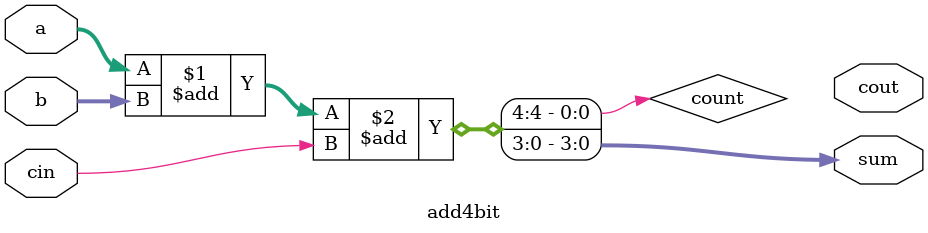
<source format=v>

module add4bit(sum,cout,a,b,cin);

input [3:0] a,b;
input cin;
output cout;
output [3:0] sum;
assign {count,sum} = a+b+cin;
endmodule 
</source>
